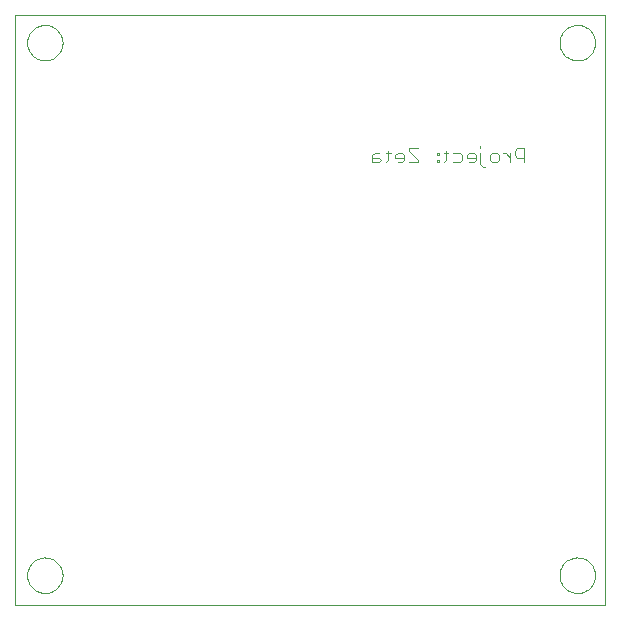
<source format=gbo>
G75*
%MOIN*%
%OFA0B0*%
%FSLAX24Y24*%
%IPPOS*%
%LPD*%
%AMOC8*
5,1,8,0,0,1.08239X$1,22.5*
%
%ADD10C,0.0000*%
%ADD11C,0.0040*%
D10*
X000603Y000100D02*
X000603Y019785D01*
X020288Y019785D01*
X020288Y000100D01*
X000603Y000100D01*
X001012Y001100D02*
X001014Y001148D01*
X001020Y001196D01*
X001030Y001243D01*
X001043Y001289D01*
X001061Y001334D01*
X001081Y001378D01*
X001106Y001420D01*
X001134Y001459D01*
X001164Y001496D01*
X001198Y001530D01*
X001235Y001562D01*
X001273Y001591D01*
X001314Y001616D01*
X001357Y001638D01*
X001402Y001656D01*
X001448Y001670D01*
X001495Y001681D01*
X001543Y001688D01*
X001591Y001691D01*
X001639Y001690D01*
X001687Y001685D01*
X001735Y001676D01*
X001781Y001664D01*
X001826Y001647D01*
X001870Y001627D01*
X001912Y001604D01*
X001952Y001577D01*
X001990Y001547D01*
X002025Y001514D01*
X002057Y001478D01*
X002087Y001440D01*
X002113Y001399D01*
X002135Y001356D01*
X002155Y001312D01*
X002170Y001267D01*
X002182Y001220D01*
X002190Y001172D01*
X002194Y001124D01*
X002194Y001076D01*
X002190Y001028D01*
X002182Y000980D01*
X002170Y000933D01*
X002155Y000888D01*
X002135Y000844D01*
X002113Y000801D01*
X002087Y000760D01*
X002057Y000722D01*
X002025Y000686D01*
X001990Y000653D01*
X001952Y000623D01*
X001912Y000596D01*
X001870Y000573D01*
X001826Y000553D01*
X001781Y000536D01*
X001735Y000524D01*
X001687Y000515D01*
X001639Y000510D01*
X001591Y000509D01*
X001543Y000512D01*
X001495Y000519D01*
X001448Y000530D01*
X001402Y000544D01*
X001357Y000562D01*
X001314Y000584D01*
X001273Y000609D01*
X001235Y000638D01*
X001198Y000670D01*
X001164Y000704D01*
X001134Y000741D01*
X001106Y000780D01*
X001081Y000822D01*
X001061Y000866D01*
X001043Y000911D01*
X001030Y000957D01*
X001020Y001004D01*
X001014Y001052D01*
X001012Y001100D01*
X001012Y018850D02*
X001014Y018898D01*
X001020Y018946D01*
X001030Y018993D01*
X001043Y019039D01*
X001061Y019084D01*
X001081Y019128D01*
X001106Y019170D01*
X001134Y019209D01*
X001164Y019246D01*
X001198Y019280D01*
X001235Y019312D01*
X001273Y019341D01*
X001314Y019366D01*
X001357Y019388D01*
X001402Y019406D01*
X001448Y019420D01*
X001495Y019431D01*
X001543Y019438D01*
X001591Y019441D01*
X001639Y019440D01*
X001687Y019435D01*
X001735Y019426D01*
X001781Y019414D01*
X001826Y019397D01*
X001870Y019377D01*
X001912Y019354D01*
X001952Y019327D01*
X001990Y019297D01*
X002025Y019264D01*
X002057Y019228D01*
X002087Y019190D01*
X002113Y019149D01*
X002135Y019106D01*
X002155Y019062D01*
X002170Y019017D01*
X002182Y018970D01*
X002190Y018922D01*
X002194Y018874D01*
X002194Y018826D01*
X002190Y018778D01*
X002182Y018730D01*
X002170Y018683D01*
X002155Y018638D01*
X002135Y018594D01*
X002113Y018551D01*
X002087Y018510D01*
X002057Y018472D01*
X002025Y018436D01*
X001990Y018403D01*
X001952Y018373D01*
X001912Y018346D01*
X001870Y018323D01*
X001826Y018303D01*
X001781Y018286D01*
X001735Y018274D01*
X001687Y018265D01*
X001639Y018260D01*
X001591Y018259D01*
X001543Y018262D01*
X001495Y018269D01*
X001448Y018280D01*
X001402Y018294D01*
X001357Y018312D01*
X001314Y018334D01*
X001273Y018359D01*
X001235Y018388D01*
X001198Y018420D01*
X001164Y018454D01*
X001134Y018491D01*
X001106Y018530D01*
X001081Y018572D01*
X001061Y018616D01*
X001043Y018661D01*
X001030Y018707D01*
X001020Y018754D01*
X001014Y018802D01*
X001012Y018850D01*
X018762Y018850D02*
X018764Y018898D01*
X018770Y018946D01*
X018780Y018993D01*
X018793Y019039D01*
X018811Y019084D01*
X018831Y019128D01*
X018856Y019170D01*
X018884Y019209D01*
X018914Y019246D01*
X018948Y019280D01*
X018985Y019312D01*
X019023Y019341D01*
X019064Y019366D01*
X019107Y019388D01*
X019152Y019406D01*
X019198Y019420D01*
X019245Y019431D01*
X019293Y019438D01*
X019341Y019441D01*
X019389Y019440D01*
X019437Y019435D01*
X019485Y019426D01*
X019531Y019414D01*
X019576Y019397D01*
X019620Y019377D01*
X019662Y019354D01*
X019702Y019327D01*
X019740Y019297D01*
X019775Y019264D01*
X019807Y019228D01*
X019837Y019190D01*
X019863Y019149D01*
X019885Y019106D01*
X019905Y019062D01*
X019920Y019017D01*
X019932Y018970D01*
X019940Y018922D01*
X019944Y018874D01*
X019944Y018826D01*
X019940Y018778D01*
X019932Y018730D01*
X019920Y018683D01*
X019905Y018638D01*
X019885Y018594D01*
X019863Y018551D01*
X019837Y018510D01*
X019807Y018472D01*
X019775Y018436D01*
X019740Y018403D01*
X019702Y018373D01*
X019662Y018346D01*
X019620Y018323D01*
X019576Y018303D01*
X019531Y018286D01*
X019485Y018274D01*
X019437Y018265D01*
X019389Y018260D01*
X019341Y018259D01*
X019293Y018262D01*
X019245Y018269D01*
X019198Y018280D01*
X019152Y018294D01*
X019107Y018312D01*
X019064Y018334D01*
X019023Y018359D01*
X018985Y018388D01*
X018948Y018420D01*
X018914Y018454D01*
X018884Y018491D01*
X018856Y018530D01*
X018831Y018572D01*
X018811Y018616D01*
X018793Y018661D01*
X018780Y018707D01*
X018770Y018754D01*
X018764Y018802D01*
X018762Y018850D01*
X018762Y001100D02*
X018764Y001148D01*
X018770Y001196D01*
X018780Y001243D01*
X018793Y001289D01*
X018811Y001334D01*
X018831Y001378D01*
X018856Y001420D01*
X018884Y001459D01*
X018914Y001496D01*
X018948Y001530D01*
X018985Y001562D01*
X019023Y001591D01*
X019064Y001616D01*
X019107Y001638D01*
X019152Y001656D01*
X019198Y001670D01*
X019245Y001681D01*
X019293Y001688D01*
X019341Y001691D01*
X019389Y001690D01*
X019437Y001685D01*
X019485Y001676D01*
X019531Y001664D01*
X019576Y001647D01*
X019620Y001627D01*
X019662Y001604D01*
X019702Y001577D01*
X019740Y001547D01*
X019775Y001514D01*
X019807Y001478D01*
X019837Y001440D01*
X019863Y001399D01*
X019885Y001356D01*
X019905Y001312D01*
X019920Y001267D01*
X019932Y001220D01*
X019940Y001172D01*
X019944Y001124D01*
X019944Y001076D01*
X019940Y001028D01*
X019932Y000980D01*
X019920Y000933D01*
X019905Y000888D01*
X019885Y000844D01*
X019863Y000801D01*
X019837Y000760D01*
X019807Y000722D01*
X019775Y000686D01*
X019740Y000653D01*
X019702Y000623D01*
X019662Y000596D01*
X019620Y000573D01*
X019576Y000553D01*
X019531Y000536D01*
X019485Y000524D01*
X019437Y000515D01*
X019389Y000510D01*
X019341Y000509D01*
X019293Y000512D01*
X019245Y000519D01*
X019198Y000530D01*
X019152Y000544D01*
X019107Y000562D01*
X019064Y000584D01*
X019023Y000609D01*
X018985Y000638D01*
X018948Y000670D01*
X018914Y000704D01*
X018884Y000741D01*
X018856Y000780D01*
X018831Y000822D01*
X018811Y000866D01*
X018793Y000911D01*
X018780Y000957D01*
X018770Y001004D01*
X018764Y001052D01*
X018762Y001100D01*
D11*
X017583Y014870D02*
X017583Y015330D01*
X017352Y015330D01*
X017276Y015254D01*
X017276Y015100D01*
X017352Y015023D01*
X017583Y015023D01*
X017122Y015023D02*
X016969Y015177D01*
X016892Y015177D01*
X016738Y015100D02*
X016738Y014947D01*
X016662Y014870D01*
X016508Y014870D01*
X016432Y014947D01*
X016432Y015100D01*
X016508Y015177D01*
X016662Y015177D01*
X016738Y015100D01*
X017122Y015177D02*
X017122Y014870D01*
X016278Y014717D02*
X016201Y014717D01*
X016125Y014793D01*
X016125Y015177D01*
X016125Y015330D02*
X016125Y015407D01*
X015894Y015177D02*
X015971Y015100D01*
X015971Y014947D01*
X015894Y014870D01*
X015741Y014870D01*
X015664Y015023D02*
X015971Y015023D01*
X015894Y015177D02*
X015741Y015177D01*
X015664Y015100D01*
X015664Y015023D01*
X015511Y014947D02*
X015434Y014870D01*
X015204Y014870D01*
X014974Y014947D02*
X014897Y014870D01*
X014974Y014947D02*
X014974Y015254D01*
X015050Y015177D02*
X014897Y015177D01*
X014743Y015177D02*
X014743Y015100D01*
X014667Y015100D01*
X014667Y015177D01*
X014743Y015177D01*
X014743Y014947D02*
X014667Y014947D01*
X014667Y014870D01*
X014743Y014870D01*
X014743Y014947D01*
X015204Y015177D02*
X015434Y015177D01*
X015511Y015100D01*
X015511Y014947D01*
X014053Y014947D02*
X014053Y014870D01*
X013746Y014870D01*
X013592Y014947D02*
X013592Y015100D01*
X013516Y015177D01*
X013362Y015177D01*
X013286Y015100D01*
X013286Y015023D01*
X013592Y015023D01*
X013592Y014947D02*
X013516Y014870D01*
X013362Y014870D01*
X013055Y014947D02*
X012979Y014870D01*
X013055Y014947D02*
X013055Y015254D01*
X013132Y015177D02*
X012979Y015177D01*
X012748Y015177D02*
X012595Y015177D01*
X012518Y015100D01*
X012518Y014870D01*
X012748Y014870D01*
X012825Y014947D01*
X012748Y015023D01*
X012518Y015023D01*
X013746Y015254D02*
X014053Y014947D01*
X013746Y015254D02*
X013746Y015330D01*
X014053Y015330D01*
M02*

</source>
